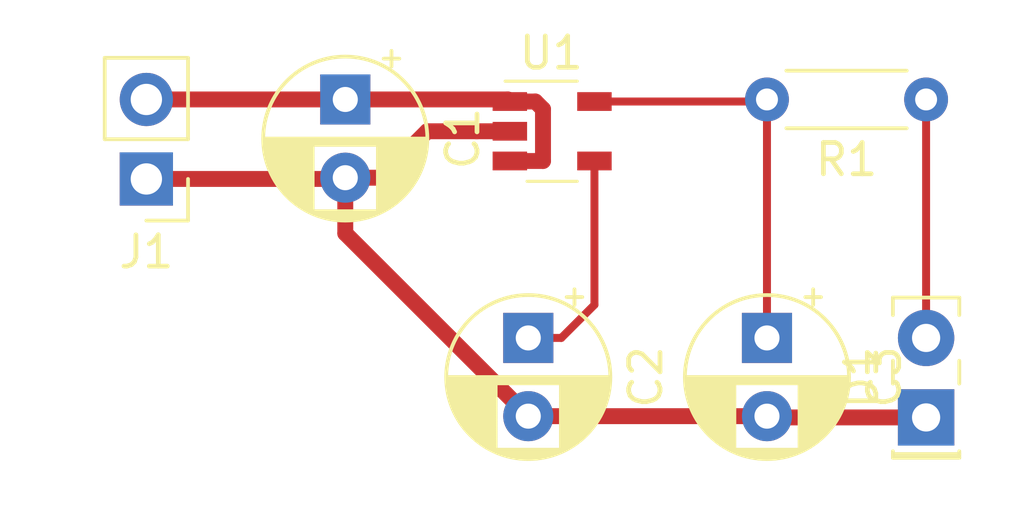
<source format=kicad_pcb>
(kicad_pcb (version 20171130) (host pcbnew 5.1.5)

  (general
    (thickness 1.6)
    (drawings 0)
    (tracks 25)
    (zones 0)
    (modules 7)
    (nets 6)
  )

  (page USLetter)
  (title_block
    (title "PCB Template")
    (company "Illini Solar Car")
    (comment 1 "Designed By: James")
  )

  (layers
    (0 F.Cu signal)
    (31 B.Cu signal)
    (32 B.Adhes user)
    (33 F.Adhes user)
    (34 B.Paste user)
    (35 F.Paste user)
    (36 B.SilkS user)
    (37 F.SilkS user)
    (38 B.Mask user)
    (39 F.Mask user)
    (40 Dwgs.User user)
    (41 Cmts.User user)
    (42 Eco1.User user)
    (43 Eco2.User user)
    (44 Edge.Cuts user)
    (45 Margin user)
    (46 B.CrtYd user)
    (47 F.CrtYd user)
    (48 B.Fab user)
    (49 F.Fab user)
  )

  (setup
    (last_trace_width 0.254)
    (trace_clearance 0.254)
    (zone_clearance 1.27)
    (zone_45_only no)
    (trace_min 0.254)
    (via_size 0.8128)
    (via_drill 0.5588)
    (via_min_size 0.8128)
    (via_min_drill 0.5588)
    (uvia_size 0.254)
    (uvia_drill 0.1016)
    (uvias_allowed no)
    (uvia_min_size 0.254)
    (uvia_min_drill 0.1016)
    (edge_width 0.15)
    (segment_width 0.2)
    (pcb_text_width 0.3)
    (pcb_text_size 1.5 1.5)
    (mod_edge_width 0.15)
    (mod_text_size 1 1)
    (mod_text_width 0.15)
    (pad_size 1.524 1.524)
    (pad_drill 0.762)
    (pad_to_mask_clearance 0.051)
    (solder_mask_min_width 0.25)
    (aux_axis_origin 0 0)
    (visible_elements 7FFFFFFF)
    (pcbplotparams
      (layerselection 0x010fc_ffffffff)
      (usegerberextensions false)
      (usegerberattributes false)
      (usegerberadvancedattributes false)
      (creategerberjobfile false)
      (excludeedgelayer true)
      (linewidth 0.100000)
      (plotframeref false)
      (viasonmask false)
      (mode 1)
      (useauxorigin false)
      (hpglpennumber 1)
      (hpglpenspeed 20)
      (hpglpendiameter 15.000000)
      (psnegative false)
      (psa4output false)
      (plotreference true)
      (plotvalue true)
      (plotinvisibletext false)
      (padsonsilk false)
      (subtractmaskfromsilk false)
      (outputformat 1)
      (mirror false)
      (drillshape 0)
      (scaleselection 1)
      (outputdirectory "output/"))
  )

  (net 0 "")
  (net 1 "Net-(D1-Pad2)")
  (net 2 GND)
  (net 3 +5V)
  (net 4 "Net-(C2-Pad1)")
  (net 5 "Net-(C3-Pad1)")

  (net_class Default "This is the default net class. It should be used for signal nets."
    (clearance 0.254)
    (trace_width 0.254)
    (via_dia 0.8128)
    (via_drill 0.5588)
    (uvia_dia 0.254)
    (uvia_drill 0.1016)
    (diff_pair_width 1.6)
    (diff_pair_gap 1.6)
    (add_net "Net-(C2-Pad1)")
    (add_net "Net-(C3-Pad1)")
    (add_net "Net-(D1-Pad2)")
  )

  (net_class Power ""
    (clearance 0.254)
    (trace_width 0.508)
    (via_dia 0.8128)
    (via_drill 0.5588)
    (uvia_dia 0.254)
    (uvia_drill 0.1016)
    (diff_pair_width 1.6)
    (diff_pair_gap 1.6)
    (add_net +5V)
    (add_net GND)
  )

  (module ece445_intro:TPS799 (layer F.Cu) (tedit 5DBA0A5F) (tstamp 5E75E924)
    (at 54.102 28.956)
    (path /5E75683C)
    (fp_text reference U1 (at -0.03 -2.5) (layer F.SilkS)
      (effects (font (size 1 1) (thickness 0.15)))
    )
    (fp_text value TPS799 (at -0.02 2.71) (layer F.Fab)
      (effects (font (size 1 1) (thickness 0.15)))
    )
    (fp_line (start 0.8 1.6) (end -0.8 1.6) (layer F.SilkS) (width 0.1))
    (fp_line (start 0.8 -1.6) (end -1.5 -1.6) (layer F.SilkS) (width 0.1))
    (fp_line (start -2.15 1.75) (end 2.15 1.75) (layer F.CrtYd) (width 0.05))
    (fp_line (start -2.15 -1.75) (end 2.15 -1.75) (layer F.CrtYd) (width 0.05))
    (fp_line (start -2.15 -1.75) (end -2.15 1.75) (layer F.CrtYd) (width 0.05))
    (fp_line (start 2.15 -1.75) (end 2.15 1.75) (layer F.CrtYd) (width 0.05))
    (fp_text user %R (at 0.04 0.11 90) (layer F.Fab)
      (effects (font (size 0.5 0.5) (thickness 0.075)))
    )
    (fp_line (start -0.725 -1.1625) (end -0.3625 -1.525) (layer F.Fab) (width 0.1))
    (fp_line (start -0.725 1.525) (end -0.725 -1.1625) (layer F.Fab) (width 0.1))
    (fp_line (start -0.3625 -1.525) (end 0.725 -1.525) (layer F.Fab) (width 0.1))
    (fp_line (start 0.725 1.525) (end 0.725 -1.525) (layer F.Fab) (width 0.1))
    (fp_line (start -0.725 1.525) (end 0.725 1.525) (layer F.Fab) (width 0.1))
    (pad 5 smd rect (at 1.35 -0.95) (size 1.1 0.6) (layers F.Cu F.Paste F.Mask)
      (net 5 "Net-(C3-Pad1)") (solder_mask_margin 0.07))
    (pad 4 smd rect (at 1.35 0.95) (size 1.1 0.6) (layers F.Cu F.Paste F.Mask)
      (net 4 "Net-(C2-Pad1)") (solder_mask_margin 0.07))
    (pad 3 smd rect (at -1.35 0.95) (size 1.1 0.6) (layers F.Cu F.Paste F.Mask)
      (net 3 +5V) (solder_mask_margin 0.07))
    (pad 2 smd rect (at -1.35 0) (size 1.1 0.6) (layers F.Cu F.Paste F.Mask)
      (net 2 GND) (solder_mask_margin 0.07))
    (pad 1 smd rect (at -1.35 -0.95) (size 1.1 0.6) (layers F.Cu F.Paste F.Mask)
      (net 3 +5V) (solder_mask_margin 0.07))
  )

  (module ece445_Resistor_THT:R_Axial_DIN0204_L3.6mm_D1.6mm_P5.08mm_Horizontal (layer F.Cu) (tedit 5AE5139B) (tstamp 5E75E90F)
    (at 66.04 27.94 180)
    (descr "Resistor, Axial_DIN0204 series, Axial, Horizontal, pin pitch=5.08mm, 0.167W, length*diameter=3.6*1.6mm^2, http://cdn-reichelt.de/documents/datenblatt/B400/1_4W%23YAG.pdf")
    (tags "Resistor Axial_DIN0204 series Axial Horizontal pin pitch 5.08mm 0.167W length 3.6mm diameter 1.6mm")
    (path /5E756E7C)
    (fp_text reference R1 (at 2.54 -1.92) (layer F.SilkS)
      (effects (font (size 1 1) (thickness 0.15)))
    )
    (fp_text value "100 Ohms" (at 2.54 1.92) (layer F.Fab)
      (effects (font (size 1 1) (thickness 0.15)))
    )
    (fp_text user %R (at 2.54 0) (layer F.Fab)
      (effects (font (size 0.72 0.72) (thickness 0.108)))
    )
    (fp_line (start 6.03 -1.05) (end -0.95 -1.05) (layer F.CrtYd) (width 0.05))
    (fp_line (start 6.03 1.05) (end 6.03 -1.05) (layer F.CrtYd) (width 0.05))
    (fp_line (start -0.95 1.05) (end 6.03 1.05) (layer F.CrtYd) (width 0.05))
    (fp_line (start -0.95 -1.05) (end -0.95 1.05) (layer F.CrtYd) (width 0.05))
    (fp_line (start 0.62 0.92) (end 4.46 0.92) (layer F.SilkS) (width 0.12))
    (fp_line (start 0.62 -0.92) (end 4.46 -0.92) (layer F.SilkS) (width 0.12))
    (fp_line (start 5.08 0) (end 4.34 0) (layer F.Fab) (width 0.1))
    (fp_line (start 0 0) (end 0.74 0) (layer F.Fab) (width 0.1))
    (fp_line (start 4.34 -0.8) (end 0.74 -0.8) (layer F.Fab) (width 0.1))
    (fp_line (start 4.34 0.8) (end 4.34 -0.8) (layer F.Fab) (width 0.1))
    (fp_line (start 0.74 0.8) (end 4.34 0.8) (layer F.Fab) (width 0.1))
    (fp_line (start 0.74 -0.8) (end 0.74 0.8) (layer F.Fab) (width 0.1))
    (pad 2 thru_hole oval (at 5.08 0 180) (size 1.4 1.4) (drill 0.7) (layers *.Cu *.Mask)
      (net 5 "Net-(C3-Pad1)"))
    (pad 1 thru_hole circle (at 0 0 180) (size 1.4 1.4) (drill 0.7) (layers *.Cu *.Mask)
      (net 1 "Net-(D1-Pad2)"))
    (model ${KISYS3DMOD}/Resistor_THT.3dshapes/R_Axial_DIN0204_L3.6mm_D1.6mm_P5.08mm_Horizontal.wrl
      (at (xyz 0 0 0))
      (scale (xyz 1 1 1))
      (rotate (xyz 0 0 0))
    )
  )

  (module ece445_Connector_PinHeader_2.54mm:PinHeader_1x02_P2.54mm_Vertical (layer F.Cu) (tedit 59FED5CC) (tstamp 5E75E8FC)
    (at 41.148 30.48 180)
    (descr "Through hole straight pin header, 1x02, 2.54mm pitch, single row")
    (tags "Through hole pin header THT 1x02 2.54mm single row")
    (path /5E756461)
    (fp_text reference J1 (at 0 -2.33) (layer F.SilkS)
      (effects (font (size 1 1) (thickness 0.15)))
    )
    (fp_text value Conn_01x02 (at 0 4.87) (layer F.Fab)
      (effects (font (size 1 1) (thickness 0.15)))
    )
    (fp_text user %R (at 0 1.27 90) (layer F.Fab)
      (effects (font (size 1 1) (thickness 0.15)))
    )
    (fp_line (start 1.8 -1.8) (end -1.8 -1.8) (layer F.CrtYd) (width 0.05))
    (fp_line (start 1.8 4.35) (end 1.8 -1.8) (layer F.CrtYd) (width 0.05))
    (fp_line (start -1.8 4.35) (end 1.8 4.35) (layer F.CrtYd) (width 0.05))
    (fp_line (start -1.8 -1.8) (end -1.8 4.35) (layer F.CrtYd) (width 0.05))
    (fp_line (start -1.33 -1.33) (end 0 -1.33) (layer F.SilkS) (width 0.12))
    (fp_line (start -1.33 0) (end -1.33 -1.33) (layer F.SilkS) (width 0.12))
    (fp_line (start -1.33 1.27) (end 1.33 1.27) (layer F.SilkS) (width 0.12))
    (fp_line (start 1.33 1.27) (end 1.33 3.87) (layer F.SilkS) (width 0.12))
    (fp_line (start -1.33 1.27) (end -1.33 3.87) (layer F.SilkS) (width 0.12))
    (fp_line (start -1.33 3.87) (end 1.33 3.87) (layer F.SilkS) (width 0.12))
    (fp_line (start -1.27 -0.635) (end -0.635 -1.27) (layer F.Fab) (width 0.1))
    (fp_line (start -1.27 3.81) (end -1.27 -0.635) (layer F.Fab) (width 0.1))
    (fp_line (start 1.27 3.81) (end -1.27 3.81) (layer F.Fab) (width 0.1))
    (fp_line (start 1.27 -1.27) (end 1.27 3.81) (layer F.Fab) (width 0.1))
    (fp_line (start -0.635 -1.27) (end 1.27 -1.27) (layer F.Fab) (width 0.1))
    (pad 2 thru_hole oval (at 0 2.54 180) (size 1.7 1.7) (drill 1) (layers *.Cu *.Mask)
      (net 3 +5V))
    (pad 1 thru_hole rect (at 0 0 180) (size 1.7 1.7) (drill 1) (layers *.Cu *.Mask)
      (net 2 GND))
    (model ${KISYS3DMOD}/Connector_PinHeader_2.54mm.3dshapes/PinHeader_1x02_P2.54mm_Vertical.wrl
      (at (xyz 0 0 0))
      (scale (xyz 1 1 1))
      (rotate (xyz 0 0 0))
    )
  )

  (module ece445_LED_THT:LED_Rectangular_W5.0mm_H2.0mm (layer F.Cu) (tedit 587A3A7B) (tstamp 5E75E8E6)
    (at 66.04 38.1 90)
    (descr "LED_Rectangular, Rectangular,  Rectangular size 5.0x2.0mm^2, 2 pins, http://www.kingbright.com/attachments/file/psearch/000/00/00/L-169XCGDK(Ver.9B).pdf")
    (tags "LED_Rectangular Rectangular  Rectangular size 5.0x2.0mm^2 2 pins")
    (path /5E757210)
    (fp_text reference D1 (at 1.27 -2.06 90) (layer F.SilkS)
      (effects (font (size 1 1) (thickness 0.15)))
    )
    (fp_text value LED (at 1.27 2.286 90) (layer F.Fab)
      (effects (font (size 1 1) (thickness 0.15)))
    )
    (fp_line (start 4.1 -1.35) (end -1.55 -1.35) (layer F.CrtYd) (width 0.05))
    (fp_line (start 4.1 1.35) (end 4.1 -1.35) (layer F.CrtYd) (width 0.05))
    (fp_line (start -1.55 1.35) (end 4.1 1.35) (layer F.CrtYd) (width 0.05))
    (fp_line (start -1.55 -1.35) (end -1.55 1.35) (layer F.CrtYd) (width 0.05))
    (fp_line (start -1.17 -1.06) (end -1.17 1.06) (layer F.SilkS) (width 0.12))
    (fp_line (start 3.83 -1.06) (end 3.83 1.06) (layer F.SilkS) (width 0.12))
    (fp_line (start -1.29 -1.06) (end -1.29 1.06) (layer F.SilkS) (width 0.12))
    (fp_line (start 3.27 1.06) (end 3.83 1.06) (layer F.SilkS) (width 0.12))
    (fp_line (start 1.08 1.06) (end 1.811 1.06) (layer F.SilkS) (width 0.12))
    (fp_line (start -1.29 1.06) (end -1.08 1.06) (layer F.SilkS) (width 0.12))
    (fp_line (start 3.27 -1.06) (end 3.83 -1.06) (layer F.SilkS) (width 0.12))
    (fp_line (start 1.08 -1.06) (end 1.811 -1.06) (layer F.SilkS) (width 0.12))
    (fp_line (start -1.29 -1.06) (end -1.08 -1.06) (layer F.SilkS) (width 0.12))
    (fp_line (start 3.77 -1) (end -1.23 -1) (layer F.Fab) (width 0.1))
    (fp_line (start 3.77 1) (end 3.77 -1) (layer F.Fab) (width 0.1))
    (fp_line (start -1.23 1) (end 3.77 1) (layer F.Fab) (width 0.1))
    (fp_line (start -1.23 -1) (end -1.23 1) (layer F.Fab) (width 0.1))
    (pad 2 thru_hole circle (at 2.54 0 90) (size 1.8 1.8) (drill 0.9) (layers *.Cu *.Mask)
      (net 1 "Net-(D1-Pad2)"))
    (pad 1 thru_hole rect (at 0 0 90) (size 1.8 1.8) (drill 0.9) (layers *.Cu *.Mask)
      (net 2 GND))
    (model ${KISYS3DMOD}/LED_THT.3dshapes/LED_Rectangular_W5.0mm_H2.0mm.wrl
      (at (xyz 0 0 0))
      (scale (xyz 1 1 1))
      (rotate (xyz 0 0 0))
    )
  )

  (module ece445_Capacitor_THT:CP_Radial_D5.0mm_P2.50mm (layer F.Cu) (tedit 5AE50EF0) (tstamp 5E75E8CF)
    (at 60.96 35.56 270)
    (descr "CP, Radial series, Radial, pin pitch=2.50mm, , diameter=5mm, Electrolytic Capacitor")
    (tags "CP Radial series Radial pin pitch 2.50mm  diameter 5mm Electrolytic Capacitor")
    (path /5E768582)
    (fp_text reference C3 (at 1.25 -3.75 90) (layer F.SilkS)
      (effects (font (size 1 1) (thickness 0.15)))
    )
    (fp_text value "2.2 uF" (at 5.08 0 180) (layer F.Fab)
      (effects (font (size 1 1) (thickness 0.15)))
    )
    (fp_text user %R (at 1.25 0 90) (layer F.Fab)
      (effects (font (size 1 1) (thickness 0.15)))
    )
    (fp_line (start -1.304775 -1.725) (end -1.304775 -1.225) (layer F.SilkS) (width 0.12))
    (fp_line (start -1.554775 -1.475) (end -1.054775 -1.475) (layer F.SilkS) (width 0.12))
    (fp_line (start 3.851 -0.284) (end 3.851 0.284) (layer F.SilkS) (width 0.12))
    (fp_line (start 3.811 -0.518) (end 3.811 0.518) (layer F.SilkS) (width 0.12))
    (fp_line (start 3.771 -0.677) (end 3.771 0.677) (layer F.SilkS) (width 0.12))
    (fp_line (start 3.731 -0.805) (end 3.731 0.805) (layer F.SilkS) (width 0.12))
    (fp_line (start 3.691 -0.915) (end 3.691 0.915) (layer F.SilkS) (width 0.12))
    (fp_line (start 3.651 -1.011) (end 3.651 1.011) (layer F.SilkS) (width 0.12))
    (fp_line (start 3.611 -1.098) (end 3.611 1.098) (layer F.SilkS) (width 0.12))
    (fp_line (start 3.571 -1.178) (end 3.571 1.178) (layer F.SilkS) (width 0.12))
    (fp_line (start 3.531 1.04) (end 3.531 1.251) (layer F.SilkS) (width 0.12))
    (fp_line (start 3.531 -1.251) (end 3.531 -1.04) (layer F.SilkS) (width 0.12))
    (fp_line (start 3.491 1.04) (end 3.491 1.319) (layer F.SilkS) (width 0.12))
    (fp_line (start 3.491 -1.319) (end 3.491 -1.04) (layer F.SilkS) (width 0.12))
    (fp_line (start 3.451 1.04) (end 3.451 1.383) (layer F.SilkS) (width 0.12))
    (fp_line (start 3.451 -1.383) (end 3.451 -1.04) (layer F.SilkS) (width 0.12))
    (fp_line (start 3.411 1.04) (end 3.411 1.443) (layer F.SilkS) (width 0.12))
    (fp_line (start 3.411 -1.443) (end 3.411 -1.04) (layer F.SilkS) (width 0.12))
    (fp_line (start 3.371 1.04) (end 3.371 1.5) (layer F.SilkS) (width 0.12))
    (fp_line (start 3.371 -1.5) (end 3.371 -1.04) (layer F.SilkS) (width 0.12))
    (fp_line (start 3.331 1.04) (end 3.331 1.554) (layer F.SilkS) (width 0.12))
    (fp_line (start 3.331 -1.554) (end 3.331 -1.04) (layer F.SilkS) (width 0.12))
    (fp_line (start 3.291 1.04) (end 3.291 1.605) (layer F.SilkS) (width 0.12))
    (fp_line (start 3.291 -1.605) (end 3.291 -1.04) (layer F.SilkS) (width 0.12))
    (fp_line (start 3.251 1.04) (end 3.251 1.653) (layer F.SilkS) (width 0.12))
    (fp_line (start 3.251 -1.653) (end 3.251 -1.04) (layer F.SilkS) (width 0.12))
    (fp_line (start 3.211 1.04) (end 3.211 1.699) (layer F.SilkS) (width 0.12))
    (fp_line (start 3.211 -1.699) (end 3.211 -1.04) (layer F.SilkS) (width 0.12))
    (fp_line (start 3.171 1.04) (end 3.171 1.743) (layer F.SilkS) (width 0.12))
    (fp_line (start 3.171 -1.743) (end 3.171 -1.04) (layer F.SilkS) (width 0.12))
    (fp_line (start 3.131 1.04) (end 3.131 1.785) (layer F.SilkS) (width 0.12))
    (fp_line (start 3.131 -1.785) (end 3.131 -1.04) (layer F.SilkS) (width 0.12))
    (fp_line (start 3.091 1.04) (end 3.091 1.826) (layer F.SilkS) (width 0.12))
    (fp_line (start 3.091 -1.826) (end 3.091 -1.04) (layer F.SilkS) (width 0.12))
    (fp_line (start 3.051 1.04) (end 3.051 1.864) (layer F.SilkS) (width 0.12))
    (fp_line (start 3.051 -1.864) (end 3.051 -1.04) (layer F.SilkS) (width 0.12))
    (fp_line (start 3.011 1.04) (end 3.011 1.901) (layer F.SilkS) (width 0.12))
    (fp_line (start 3.011 -1.901) (end 3.011 -1.04) (layer F.SilkS) (width 0.12))
    (fp_line (start 2.971 1.04) (end 2.971 1.937) (layer F.SilkS) (width 0.12))
    (fp_line (start 2.971 -1.937) (end 2.971 -1.04) (layer F.SilkS) (width 0.12))
    (fp_line (start 2.931 1.04) (end 2.931 1.971) (layer F.SilkS) (width 0.12))
    (fp_line (start 2.931 -1.971) (end 2.931 -1.04) (layer F.SilkS) (width 0.12))
    (fp_line (start 2.891 1.04) (end 2.891 2.004) (layer F.SilkS) (width 0.12))
    (fp_line (start 2.891 -2.004) (end 2.891 -1.04) (layer F.SilkS) (width 0.12))
    (fp_line (start 2.851 1.04) (end 2.851 2.035) (layer F.SilkS) (width 0.12))
    (fp_line (start 2.851 -2.035) (end 2.851 -1.04) (layer F.SilkS) (width 0.12))
    (fp_line (start 2.811 1.04) (end 2.811 2.065) (layer F.SilkS) (width 0.12))
    (fp_line (start 2.811 -2.065) (end 2.811 -1.04) (layer F.SilkS) (width 0.12))
    (fp_line (start 2.771 1.04) (end 2.771 2.095) (layer F.SilkS) (width 0.12))
    (fp_line (start 2.771 -2.095) (end 2.771 -1.04) (layer F.SilkS) (width 0.12))
    (fp_line (start 2.731 1.04) (end 2.731 2.122) (layer F.SilkS) (width 0.12))
    (fp_line (start 2.731 -2.122) (end 2.731 -1.04) (layer F.SilkS) (width 0.12))
    (fp_line (start 2.691 1.04) (end 2.691 2.149) (layer F.SilkS) (width 0.12))
    (fp_line (start 2.691 -2.149) (end 2.691 -1.04) (layer F.SilkS) (width 0.12))
    (fp_line (start 2.651 1.04) (end 2.651 2.175) (layer F.SilkS) (width 0.12))
    (fp_line (start 2.651 -2.175) (end 2.651 -1.04) (layer F.SilkS) (width 0.12))
    (fp_line (start 2.611 1.04) (end 2.611 2.2) (layer F.SilkS) (width 0.12))
    (fp_line (start 2.611 -2.2) (end 2.611 -1.04) (layer F.SilkS) (width 0.12))
    (fp_line (start 2.571 1.04) (end 2.571 2.224) (layer F.SilkS) (width 0.12))
    (fp_line (start 2.571 -2.224) (end 2.571 -1.04) (layer F.SilkS) (width 0.12))
    (fp_line (start 2.531 1.04) (end 2.531 2.247) (layer F.SilkS) (width 0.12))
    (fp_line (start 2.531 -2.247) (end 2.531 -1.04) (layer F.SilkS) (width 0.12))
    (fp_line (start 2.491 1.04) (end 2.491 2.268) (layer F.SilkS) (width 0.12))
    (fp_line (start 2.491 -2.268) (end 2.491 -1.04) (layer F.SilkS) (width 0.12))
    (fp_line (start 2.451 1.04) (end 2.451 2.29) (layer F.SilkS) (width 0.12))
    (fp_line (start 2.451 -2.29) (end 2.451 -1.04) (layer F.SilkS) (width 0.12))
    (fp_line (start 2.411 1.04) (end 2.411 2.31) (layer F.SilkS) (width 0.12))
    (fp_line (start 2.411 -2.31) (end 2.411 -1.04) (layer F.SilkS) (width 0.12))
    (fp_line (start 2.371 1.04) (end 2.371 2.329) (layer F.SilkS) (width 0.12))
    (fp_line (start 2.371 -2.329) (end 2.371 -1.04) (layer F.SilkS) (width 0.12))
    (fp_line (start 2.331 1.04) (end 2.331 2.348) (layer F.SilkS) (width 0.12))
    (fp_line (start 2.331 -2.348) (end 2.331 -1.04) (layer F.SilkS) (width 0.12))
    (fp_line (start 2.291 1.04) (end 2.291 2.365) (layer F.SilkS) (width 0.12))
    (fp_line (start 2.291 -2.365) (end 2.291 -1.04) (layer F.SilkS) (width 0.12))
    (fp_line (start 2.251 1.04) (end 2.251 2.382) (layer F.SilkS) (width 0.12))
    (fp_line (start 2.251 -2.382) (end 2.251 -1.04) (layer F.SilkS) (width 0.12))
    (fp_line (start 2.211 1.04) (end 2.211 2.398) (layer F.SilkS) (width 0.12))
    (fp_line (start 2.211 -2.398) (end 2.211 -1.04) (layer F.SilkS) (width 0.12))
    (fp_line (start 2.171 1.04) (end 2.171 2.414) (layer F.SilkS) (width 0.12))
    (fp_line (start 2.171 -2.414) (end 2.171 -1.04) (layer F.SilkS) (width 0.12))
    (fp_line (start 2.131 1.04) (end 2.131 2.428) (layer F.SilkS) (width 0.12))
    (fp_line (start 2.131 -2.428) (end 2.131 -1.04) (layer F.SilkS) (width 0.12))
    (fp_line (start 2.091 1.04) (end 2.091 2.442) (layer F.SilkS) (width 0.12))
    (fp_line (start 2.091 -2.442) (end 2.091 -1.04) (layer F.SilkS) (width 0.12))
    (fp_line (start 2.051 1.04) (end 2.051 2.455) (layer F.SilkS) (width 0.12))
    (fp_line (start 2.051 -2.455) (end 2.051 -1.04) (layer F.SilkS) (width 0.12))
    (fp_line (start 2.011 1.04) (end 2.011 2.468) (layer F.SilkS) (width 0.12))
    (fp_line (start 2.011 -2.468) (end 2.011 -1.04) (layer F.SilkS) (width 0.12))
    (fp_line (start 1.971 1.04) (end 1.971 2.48) (layer F.SilkS) (width 0.12))
    (fp_line (start 1.971 -2.48) (end 1.971 -1.04) (layer F.SilkS) (width 0.12))
    (fp_line (start 1.93 1.04) (end 1.93 2.491) (layer F.SilkS) (width 0.12))
    (fp_line (start 1.93 -2.491) (end 1.93 -1.04) (layer F.SilkS) (width 0.12))
    (fp_line (start 1.89 1.04) (end 1.89 2.501) (layer F.SilkS) (width 0.12))
    (fp_line (start 1.89 -2.501) (end 1.89 -1.04) (layer F.SilkS) (width 0.12))
    (fp_line (start 1.85 1.04) (end 1.85 2.511) (layer F.SilkS) (width 0.12))
    (fp_line (start 1.85 -2.511) (end 1.85 -1.04) (layer F.SilkS) (width 0.12))
    (fp_line (start 1.81 1.04) (end 1.81 2.52) (layer F.SilkS) (width 0.12))
    (fp_line (start 1.81 -2.52) (end 1.81 -1.04) (layer F.SilkS) (width 0.12))
    (fp_line (start 1.77 1.04) (end 1.77 2.528) (layer F.SilkS) (width 0.12))
    (fp_line (start 1.77 -2.528) (end 1.77 -1.04) (layer F.SilkS) (width 0.12))
    (fp_line (start 1.73 1.04) (end 1.73 2.536) (layer F.SilkS) (width 0.12))
    (fp_line (start 1.73 -2.536) (end 1.73 -1.04) (layer F.SilkS) (width 0.12))
    (fp_line (start 1.69 1.04) (end 1.69 2.543) (layer F.SilkS) (width 0.12))
    (fp_line (start 1.69 -2.543) (end 1.69 -1.04) (layer F.SilkS) (width 0.12))
    (fp_line (start 1.65 1.04) (end 1.65 2.55) (layer F.SilkS) (width 0.12))
    (fp_line (start 1.65 -2.55) (end 1.65 -1.04) (layer F.SilkS) (width 0.12))
    (fp_line (start 1.61 1.04) (end 1.61 2.556) (layer F.SilkS) (width 0.12))
    (fp_line (start 1.61 -2.556) (end 1.61 -1.04) (layer F.SilkS) (width 0.12))
    (fp_line (start 1.57 1.04) (end 1.57 2.561) (layer F.SilkS) (width 0.12))
    (fp_line (start 1.57 -2.561) (end 1.57 -1.04) (layer F.SilkS) (width 0.12))
    (fp_line (start 1.53 1.04) (end 1.53 2.565) (layer F.SilkS) (width 0.12))
    (fp_line (start 1.53 -2.565) (end 1.53 -1.04) (layer F.SilkS) (width 0.12))
    (fp_line (start 1.49 1.04) (end 1.49 2.569) (layer F.SilkS) (width 0.12))
    (fp_line (start 1.49 -2.569) (end 1.49 -1.04) (layer F.SilkS) (width 0.12))
    (fp_line (start 1.45 -2.573) (end 1.45 2.573) (layer F.SilkS) (width 0.12))
    (fp_line (start 1.41 -2.576) (end 1.41 2.576) (layer F.SilkS) (width 0.12))
    (fp_line (start 1.37 -2.578) (end 1.37 2.578) (layer F.SilkS) (width 0.12))
    (fp_line (start 1.33 -2.579) (end 1.33 2.579) (layer F.SilkS) (width 0.12))
    (fp_line (start 1.29 -2.58) (end 1.29 2.58) (layer F.SilkS) (width 0.12))
    (fp_line (start 1.25 -2.58) (end 1.25 2.58) (layer F.SilkS) (width 0.12))
    (fp_line (start -0.633605 -1.3375) (end -0.633605 -0.8375) (layer F.Fab) (width 0.1))
    (fp_line (start -0.883605 -1.0875) (end -0.383605 -1.0875) (layer F.Fab) (width 0.1))
    (fp_circle (center 1.25 0) (end 4 0) (layer F.CrtYd) (width 0.05))
    (fp_circle (center 1.25 0) (end 3.87 0) (layer F.SilkS) (width 0.12))
    (fp_circle (center 1.25 0) (end 3.75 0) (layer F.Fab) (width 0.1))
    (pad 2 thru_hole circle (at 2.5 0 270) (size 1.6 1.6) (drill 0.8) (layers *.Cu *.Mask)
      (net 2 GND))
    (pad 1 thru_hole rect (at 0 0 270) (size 1.6 1.6) (drill 0.8) (layers *.Cu *.Mask)
      (net 5 "Net-(C3-Pad1)"))
    (model ${KISYS3DMOD}/Capacitor_THT.3dshapes/CP_Radial_D5.0mm_P2.50mm.wrl
      (at (xyz 0 0 0))
      (scale (xyz 1 1 1))
      (rotate (xyz 0 0 0))
    )
  )

  (module ece445_Capacitor_THT:CP_Radial_D5.0mm_P2.50mm (layer F.Cu) (tedit 5AE50EF0) (tstamp 5E75E84B)
    (at 53.34 35.56 270)
    (descr "CP, Radial series, Radial, pin pitch=2.50mm, , diameter=5mm, Electrolytic Capacitor")
    (tags "CP Radial series Radial pin pitch 2.50mm  diameter 5mm Electrolytic Capacitor")
    (path /5E768B0C)
    (fp_text reference C2 (at 1.25 -3.75 90) (layer F.SilkS)
      (effects (font (size 1 1) (thickness 0.15)))
    )
    (fp_text value C (at 5.334 0 180) (layer F.Fab)
      (effects (font (size 1 1) (thickness 0.15)))
    )
    (fp_text user %R (at 1.25 0 90) (layer F.Fab)
      (effects (font (size 1 1) (thickness 0.15)))
    )
    (fp_line (start -1.304775 -1.725) (end -1.304775 -1.225) (layer F.SilkS) (width 0.12))
    (fp_line (start -1.554775 -1.475) (end -1.054775 -1.475) (layer F.SilkS) (width 0.12))
    (fp_line (start 3.851 -0.284) (end 3.851 0.284) (layer F.SilkS) (width 0.12))
    (fp_line (start 3.811 -0.518) (end 3.811 0.518) (layer F.SilkS) (width 0.12))
    (fp_line (start 3.771 -0.677) (end 3.771 0.677) (layer F.SilkS) (width 0.12))
    (fp_line (start 3.731 -0.805) (end 3.731 0.805) (layer F.SilkS) (width 0.12))
    (fp_line (start 3.691 -0.915) (end 3.691 0.915) (layer F.SilkS) (width 0.12))
    (fp_line (start 3.651 -1.011) (end 3.651 1.011) (layer F.SilkS) (width 0.12))
    (fp_line (start 3.611 -1.098) (end 3.611 1.098) (layer F.SilkS) (width 0.12))
    (fp_line (start 3.571 -1.178) (end 3.571 1.178) (layer F.SilkS) (width 0.12))
    (fp_line (start 3.531 1.04) (end 3.531 1.251) (layer F.SilkS) (width 0.12))
    (fp_line (start 3.531 -1.251) (end 3.531 -1.04) (layer F.SilkS) (width 0.12))
    (fp_line (start 3.491 1.04) (end 3.491 1.319) (layer F.SilkS) (width 0.12))
    (fp_line (start 3.491 -1.319) (end 3.491 -1.04) (layer F.SilkS) (width 0.12))
    (fp_line (start 3.451 1.04) (end 3.451 1.383) (layer F.SilkS) (width 0.12))
    (fp_line (start 3.451 -1.383) (end 3.451 -1.04) (layer F.SilkS) (width 0.12))
    (fp_line (start 3.411 1.04) (end 3.411 1.443) (layer F.SilkS) (width 0.12))
    (fp_line (start 3.411 -1.443) (end 3.411 -1.04) (layer F.SilkS) (width 0.12))
    (fp_line (start 3.371 1.04) (end 3.371 1.5) (layer F.SilkS) (width 0.12))
    (fp_line (start 3.371 -1.5) (end 3.371 -1.04) (layer F.SilkS) (width 0.12))
    (fp_line (start 3.331 1.04) (end 3.331 1.554) (layer F.SilkS) (width 0.12))
    (fp_line (start 3.331 -1.554) (end 3.331 -1.04) (layer F.SilkS) (width 0.12))
    (fp_line (start 3.291 1.04) (end 3.291 1.605) (layer F.SilkS) (width 0.12))
    (fp_line (start 3.291 -1.605) (end 3.291 -1.04) (layer F.SilkS) (width 0.12))
    (fp_line (start 3.251 1.04) (end 3.251 1.653) (layer F.SilkS) (width 0.12))
    (fp_line (start 3.251 -1.653) (end 3.251 -1.04) (layer F.SilkS) (width 0.12))
    (fp_line (start 3.211 1.04) (end 3.211 1.699) (layer F.SilkS) (width 0.12))
    (fp_line (start 3.211 -1.699) (end 3.211 -1.04) (layer F.SilkS) (width 0.12))
    (fp_line (start 3.171 1.04) (end 3.171 1.743) (layer F.SilkS) (width 0.12))
    (fp_line (start 3.171 -1.743) (end 3.171 -1.04) (layer F.SilkS) (width 0.12))
    (fp_line (start 3.131 1.04) (end 3.131 1.785) (layer F.SilkS) (width 0.12))
    (fp_line (start 3.131 -1.785) (end 3.131 -1.04) (layer F.SilkS) (width 0.12))
    (fp_line (start 3.091 1.04) (end 3.091 1.826) (layer F.SilkS) (width 0.12))
    (fp_line (start 3.091 -1.826) (end 3.091 -1.04) (layer F.SilkS) (width 0.12))
    (fp_line (start 3.051 1.04) (end 3.051 1.864) (layer F.SilkS) (width 0.12))
    (fp_line (start 3.051 -1.864) (end 3.051 -1.04) (layer F.SilkS) (width 0.12))
    (fp_line (start 3.011 1.04) (end 3.011 1.901) (layer F.SilkS) (width 0.12))
    (fp_line (start 3.011 -1.901) (end 3.011 -1.04) (layer F.SilkS) (width 0.12))
    (fp_line (start 2.971 1.04) (end 2.971 1.937) (layer F.SilkS) (width 0.12))
    (fp_line (start 2.971 -1.937) (end 2.971 -1.04) (layer F.SilkS) (width 0.12))
    (fp_line (start 2.931 1.04) (end 2.931 1.971) (layer F.SilkS) (width 0.12))
    (fp_line (start 2.931 -1.971) (end 2.931 -1.04) (layer F.SilkS) (width 0.12))
    (fp_line (start 2.891 1.04) (end 2.891 2.004) (layer F.SilkS) (width 0.12))
    (fp_line (start 2.891 -2.004) (end 2.891 -1.04) (layer F.SilkS) (width 0.12))
    (fp_line (start 2.851 1.04) (end 2.851 2.035) (layer F.SilkS) (width 0.12))
    (fp_line (start 2.851 -2.035) (end 2.851 -1.04) (layer F.SilkS) (width 0.12))
    (fp_line (start 2.811 1.04) (end 2.811 2.065) (layer F.SilkS) (width 0.12))
    (fp_line (start 2.811 -2.065) (end 2.811 -1.04) (layer F.SilkS) (width 0.12))
    (fp_line (start 2.771 1.04) (end 2.771 2.095) (layer F.SilkS) (width 0.12))
    (fp_line (start 2.771 -2.095) (end 2.771 -1.04) (layer F.SilkS) (width 0.12))
    (fp_line (start 2.731 1.04) (end 2.731 2.122) (layer F.SilkS) (width 0.12))
    (fp_line (start 2.731 -2.122) (end 2.731 -1.04) (layer F.SilkS) (width 0.12))
    (fp_line (start 2.691 1.04) (end 2.691 2.149) (layer F.SilkS) (width 0.12))
    (fp_line (start 2.691 -2.149) (end 2.691 -1.04) (layer F.SilkS) (width 0.12))
    (fp_line (start 2.651 1.04) (end 2.651 2.175) (layer F.SilkS) (width 0.12))
    (fp_line (start 2.651 -2.175) (end 2.651 -1.04) (layer F.SilkS) (width 0.12))
    (fp_line (start 2.611 1.04) (end 2.611 2.2) (layer F.SilkS) (width 0.12))
    (fp_line (start 2.611 -2.2) (end 2.611 -1.04) (layer F.SilkS) (width 0.12))
    (fp_line (start 2.571 1.04) (end 2.571 2.224) (layer F.SilkS) (width 0.12))
    (fp_line (start 2.571 -2.224) (end 2.571 -1.04) (layer F.SilkS) (width 0.12))
    (fp_line (start 2.531 1.04) (end 2.531 2.247) (layer F.SilkS) (width 0.12))
    (fp_line (start 2.531 -2.247) (end 2.531 -1.04) (layer F.SilkS) (width 0.12))
    (fp_line (start 2.491 1.04) (end 2.491 2.268) (layer F.SilkS) (width 0.12))
    (fp_line (start 2.491 -2.268) (end 2.491 -1.04) (layer F.SilkS) (width 0.12))
    (fp_line (start 2.451 1.04) (end 2.451 2.29) (layer F.SilkS) (width 0.12))
    (fp_line (start 2.451 -2.29) (end 2.451 -1.04) (layer F.SilkS) (width 0.12))
    (fp_line (start 2.411 1.04) (end 2.411 2.31) (layer F.SilkS) (width 0.12))
    (fp_line (start 2.411 -2.31) (end 2.411 -1.04) (layer F.SilkS) (width 0.12))
    (fp_line (start 2.371 1.04) (end 2.371 2.329) (layer F.SilkS) (width 0.12))
    (fp_line (start 2.371 -2.329) (end 2.371 -1.04) (layer F.SilkS) (width 0.12))
    (fp_line (start 2.331 1.04) (end 2.331 2.348) (layer F.SilkS) (width 0.12))
    (fp_line (start 2.331 -2.348) (end 2.331 -1.04) (layer F.SilkS) (width 0.12))
    (fp_line (start 2.291 1.04) (end 2.291 2.365) (layer F.SilkS) (width 0.12))
    (fp_line (start 2.291 -2.365) (end 2.291 -1.04) (layer F.SilkS) (width 0.12))
    (fp_line (start 2.251 1.04) (end 2.251 2.382) (layer F.SilkS) (width 0.12))
    (fp_line (start 2.251 -2.382) (end 2.251 -1.04) (layer F.SilkS) (width 0.12))
    (fp_line (start 2.211 1.04) (end 2.211 2.398) (layer F.SilkS) (width 0.12))
    (fp_line (start 2.211 -2.398) (end 2.211 -1.04) (layer F.SilkS) (width 0.12))
    (fp_line (start 2.171 1.04) (end 2.171 2.414) (layer F.SilkS) (width 0.12))
    (fp_line (start 2.171 -2.414) (end 2.171 -1.04) (layer F.SilkS) (width 0.12))
    (fp_line (start 2.131 1.04) (end 2.131 2.428) (layer F.SilkS) (width 0.12))
    (fp_line (start 2.131 -2.428) (end 2.131 -1.04) (layer F.SilkS) (width 0.12))
    (fp_line (start 2.091 1.04) (end 2.091 2.442) (layer F.SilkS) (width 0.12))
    (fp_line (start 2.091 -2.442) (end 2.091 -1.04) (layer F.SilkS) (width 0.12))
    (fp_line (start 2.051 1.04) (end 2.051 2.455) (layer F.SilkS) (width 0.12))
    (fp_line (start 2.051 -2.455) (end 2.051 -1.04) (layer F.SilkS) (width 0.12))
    (fp_line (start 2.011 1.04) (end 2.011 2.468) (layer F.SilkS) (width 0.12))
    (fp_line (start 2.011 -2.468) (end 2.011 -1.04) (layer F.SilkS) (width 0.12))
    (fp_line (start 1.971 1.04) (end 1.971 2.48) (layer F.SilkS) (width 0.12))
    (fp_line (start 1.971 -2.48) (end 1.971 -1.04) (layer F.SilkS) (width 0.12))
    (fp_line (start 1.93 1.04) (end 1.93 2.491) (layer F.SilkS) (width 0.12))
    (fp_line (start 1.93 -2.491) (end 1.93 -1.04) (layer F.SilkS) (width 0.12))
    (fp_line (start 1.89 1.04) (end 1.89 2.501) (layer F.SilkS) (width 0.12))
    (fp_line (start 1.89 -2.501) (end 1.89 -1.04) (layer F.SilkS) (width 0.12))
    (fp_line (start 1.85 1.04) (end 1.85 2.511) (layer F.SilkS) (width 0.12))
    (fp_line (start 1.85 -2.511) (end 1.85 -1.04) (layer F.SilkS) (width 0.12))
    (fp_line (start 1.81 1.04) (end 1.81 2.52) (layer F.SilkS) (width 0.12))
    (fp_line (start 1.81 -2.52) (end 1.81 -1.04) (layer F.SilkS) (width 0.12))
    (fp_line (start 1.77 1.04) (end 1.77 2.528) (layer F.SilkS) (width 0.12))
    (fp_line (start 1.77 -2.528) (end 1.77 -1.04) (layer F.SilkS) (width 0.12))
    (fp_line (start 1.73 1.04) (end 1.73 2.536) (layer F.SilkS) (width 0.12))
    (fp_line (start 1.73 -2.536) (end 1.73 -1.04) (layer F.SilkS) (width 0.12))
    (fp_line (start 1.69 1.04) (end 1.69 2.543) (layer F.SilkS) (width 0.12))
    (fp_line (start 1.69 -2.543) (end 1.69 -1.04) (layer F.SilkS) (width 0.12))
    (fp_line (start 1.65 1.04) (end 1.65 2.55) (layer F.SilkS) (width 0.12))
    (fp_line (start 1.65 -2.55) (end 1.65 -1.04) (layer F.SilkS) (width 0.12))
    (fp_line (start 1.61 1.04) (end 1.61 2.556) (layer F.SilkS) (width 0.12))
    (fp_line (start 1.61 -2.556) (end 1.61 -1.04) (layer F.SilkS) (width 0.12))
    (fp_line (start 1.57 1.04) (end 1.57 2.561) (layer F.SilkS) (width 0.12))
    (fp_line (start 1.57 -2.561) (end 1.57 -1.04) (layer F.SilkS) (width 0.12))
    (fp_line (start 1.53 1.04) (end 1.53 2.565) (layer F.SilkS) (width 0.12))
    (fp_line (start 1.53 -2.565) (end 1.53 -1.04) (layer F.SilkS) (width 0.12))
    (fp_line (start 1.49 1.04) (end 1.49 2.569) (layer F.SilkS) (width 0.12))
    (fp_line (start 1.49 -2.569) (end 1.49 -1.04) (layer F.SilkS) (width 0.12))
    (fp_line (start 1.45 -2.573) (end 1.45 2.573) (layer F.SilkS) (width 0.12))
    (fp_line (start 1.41 -2.576) (end 1.41 2.576) (layer F.SilkS) (width 0.12))
    (fp_line (start 1.37 -2.578) (end 1.37 2.578) (layer F.SilkS) (width 0.12))
    (fp_line (start 1.33 -2.579) (end 1.33 2.579) (layer F.SilkS) (width 0.12))
    (fp_line (start 1.29 -2.58) (end 1.29 2.58) (layer F.SilkS) (width 0.12))
    (fp_line (start 1.25 -2.58) (end 1.25 2.58) (layer F.SilkS) (width 0.12))
    (fp_line (start -0.633605 -1.3375) (end -0.633605 -0.8375) (layer F.Fab) (width 0.1))
    (fp_line (start -0.883605 -1.0875) (end -0.383605 -1.0875) (layer F.Fab) (width 0.1))
    (fp_circle (center 1.25 0) (end 4 0) (layer F.CrtYd) (width 0.05))
    (fp_circle (center 1.25 0) (end 3.87 0) (layer F.SilkS) (width 0.12))
    (fp_circle (center 1.25 0) (end 3.75 0) (layer F.Fab) (width 0.1))
    (pad 2 thru_hole circle (at 2.5 0 270) (size 1.6 1.6) (drill 0.8) (layers *.Cu *.Mask)
      (net 2 GND))
    (pad 1 thru_hole rect (at 0 0 270) (size 1.6 1.6) (drill 0.8) (layers *.Cu *.Mask)
      (net 4 "Net-(C2-Pad1)"))
    (model ${KISYS3DMOD}/Capacitor_THT.3dshapes/CP_Radial_D5.0mm_P2.50mm.wrl
      (at (xyz 0 0 0))
      (scale (xyz 1 1 1))
      (rotate (xyz 0 0 0))
    )
  )

  (module ece445_Capacitor_THT:CP_Radial_D5.0mm_P2.50mm (layer F.Cu) (tedit 5AE50EF0) (tstamp 5E75E7C7)
    (at 47.498 27.94 270)
    (descr "CP, Radial series, Radial, pin pitch=2.50mm, , diameter=5mm, Electrolytic Capacitor")
    (tags "CP Radial series Radial pin pitch 2.50mm  diameter 5mm Electrolytic Capacitor")
    (path /5E7680AB)
    (fp_text reference C1 (at 1.25 -3.75 90) (layer F.SilkS)
      (effects (font (size 1 1) (thickness 0.15)))
    )
    (fp_text value C (at 1.25 3.75 90) (layer F.Fab)
      (effects (font (size 1 1) (thickness 0.15)))
    )
    (fp_text user %R (at 1.25 0 90) (layer F.Fab)
      (effects (font (size 1 1) (thickness 0.15)))
    )
    (fp_line (start -1.304775 -1.725) (end -1.304775 -1.225) (layer F.SilkS) (width 0.12))
    (fp_line (start -1.554775 -1.475) (end -1.054775 -1.475) (layer F.SilkS) (width 0.12))
    (fp_line (start 3.851 -0.284) (end 3.851 0.284) (layer F.SilkS) (width 0.12))
    (fp_line (start 3.811 -0.518) (end 3.811 0.518) (layer F.SilkS) (width 0.12))
    (fp_line (start 3.771 -0.677) (end 3.771 0.677) (layer F.SilkS) (width 0.12))
    (fp_line (start 3.731 -0.805) (end 3.731 0.805) (layer F.SilkS) (width 0.12))
    (fp_line (start 3.691 -0.915) (end 3.691 0.915) (layer F.SilkS) (width 0.12))
    (fp_line (start 3.651 -1.011) (end 3.651 1.011) (layer F.SilkS) (width 0.12))
    (fp_line (start 3.611 -1.098) (end 3.611 1.098) (layer F.SilkS) (width 0.12))
    (fp_line (start 3.571 -1.178) (end 3.571 1.178) (layer F.SilkS) (width 0.12))
    (fp_line (start 3.531 1.04) (end 3.531 1.251) (layer F.SilkS) (width 0.12))
    (fp_line (start 3.531 -1.251) (end 3.531 -1.04) (layer F.SilkS) (width 0.12))
    (fp_line (start 3.491 1.04) (end 3.491 1.319) (layer F.SilkS) (width 0.12))
    (fp_line (start 3.491 -1.319) (end 3.491 -1.04) (layer F.SilkS) (width 0.12))
    (fp_line (start 3.451 1.04) (end 3.451 1.383) (layer F.SilkS) (width 0.12))
    (fp_line (start 3.451 -1.383) (end 3.451 -1.04) (layer F.SilkS) (width 0.12))
    (fp_line (start 3.411 1.04) (end 3.411 1.443) (layer F.SilkS) (width 0.12))
    (fp_line (start 3.411 -1.443) (end 3.411 -1.04) (layer F.SilkS) (width 0.12))
    (fp_line (start 3.371 1.04) (end 3.371 1.5) (layer F.SilkS) (width 0.12))
    (fp_line (start 3.371 -1.5) (end 3.371 -1.04) (layer F.SilkS) (width 0.12))
    (fp_line (start 3.331 1.04) (end 3.331 1.554) (layer F.SilkS) (width 0.12))
    (fp_line (start 3.331 -1.554) (end 3.331 -1.04) (layer F.SilkS) (width 0.12))
    (fp_line (start 3.291 1.04) (end 3.291 1.605) (layer F.SilkS) (width 0.12))
    (fp_line (start 3.291 -1.605) (end 3.291 -1.04) (layer F.SilkS) (width 0.12))
    (fp_line (start 3.251 1.04) (end 3.251 1.653) (layer F.SilkS) (width 0.12))
    (fp_line (start 3.251 -1.653) (end 3.251 -1.04) (layer F.SilkS) (width 0.12))
    (fp_line (start 3.211 1.04) (end 3.211 1.699) (layer F.SilkS) (width 0.12))
    (fp_line (start 3.211 -1.699) (end 3.211 -1.04) (layer F.SilkS) (width 0.12))
    (fp_line (start 3.171 1.04) (end 3.171 1.743) (layer F.SilkS) (width 0.12))
    (fp_line (start 3.171 -1.743) (end 3.171 -1.04) (layer F.SilkS) (width 0.12))
    (fp_line (start 3.131 1.04) (end 3.131 1.785) (layer F.SilkS) (width 0.12))
    (fp_line (start 3.131 -1.785) (end 3.131 -1.04) (layer F.SilkS) (width 0.12))
    (fp_line (start 3.091 1.04) (end 3.091 1.826) (layer F.SilkS) (width 0.12))
    (fp_line (start 3.091 -1.826) (end 3.091 -1.04) (layer F.SilkS) (width 0.12))
    (fp_line (start 3.051 1.04) (end 3.051 1.864) (layer F.SilkS) (width 0.12))
    (fp_line (start 3.051 -1.864) (end 3.051 -1.04) (layer F.SilkS) (width 0.12))
    (fp_line (start 3.011 1.04) (end 3.011 1.901) (layer F.SilkS) (width 0.12))
    (fp_line (start 3.011 -1.901) (end 3.011 -1.04) (layer F.SilkS) (width 0.12))
    (fp_line (start 2.971 1.04) (end 2.971 1.937) (layer F.SilkS) (width 0.12))
    (fp_line (start 2.971 -1.937) (end 2.971 -1.04) (layer F.SilkS) (width 0.12))
    (fp_line (start 2.931 1.04) (end 2.931 1.971) (layer F.SilkS) (width 0.12))
    (fp_line (start 2.931 -1.971) (end 2.931 -1.04) (layer F.SilkS) (width 0.12))
    (fp_line (start 2.891 1.04) (end 2.891 2.004) (layer F.SilkS) (width 0.12))
    (fp_line (start 2.891 -2.004) (end 2.891 -1.04) (layer F.SilkS) (width 0.12))
    (fp_line (start 2.851 1.04) (end 2.851 2.035) (layer F.SilkS) (width 0.12))
    (fp_line (start 2.851 -2.035) (end 2.851 -1.04) (layer F.SilkS) (width 0.12))
    (fp_line (start 2.811 1.04) (end 2.811 2.065) (layer F.SilkS) (width 0.12))
    (fp_line (start 2.811 -2.065) (end 2.811 -1.04) (layer F.SilkS) (width 0.12))
    (fp_line (start 2.771 1.04) (end 2.771 2.095) (layer F.SilkS) (width 0.12))
    (fp_line (start 2.771 -2.095) (end 2.771 -1.04) (layer F.SilkS) (width 0.12))
    (fp_line (start 2.731 1.04) (end 2.731 2.122) (layer F.SilkS) (width 0.12))
    (fp_line (start 2.731 -2.122) (end 2.731 -1.04) (layer F.SilkS) (width 0.12))
    (fp_line (start 2.691 1.04) (end 2.691 2.149) (layer F.SilkS) (width 0.12))
    (fp_line (start 2.691 -2.149) (end 2.691 -1.04) (layer F.SilkS) (width 0.12))
    (fp_line (start 2.651 1.04) (end 2.651 2.175) (layer F.SilkS) (width 0.12))
    (fp_line (start 2.651 -2.175) (end 2.651 -1.04) (layer F.SilkS) (width 0.12))
    (fp_line (start 2.611 1.04) (end 2.611 2.2) (layer F.SilkS) (width 0.12))
    (fp_line (start 2.611 -2.2) (end 2.611 -1.04) (layer F.SilkS) (width 0.12))
    (fp_line (start 2.571 1.04) (end 2.571 2.224) (layer F.SilkS) (width 0.12))
    (fp_line (start 2.571 -2.224) (end 2.571 -1.04) (layer F.SilkS) (width 0.12))
    (fp_line (start 2.531 1.04) (end 2.531 2.247) (layer F.SilkS) (width 0.12))
    (fp_line (start 2.531 -2.247) (end 2.531 -1.04) (layer F.SilkS) (width 0.12))
    (fp_line (start 2.491 1.04) (end 2.491 2.268) (layer F.SilkS) (width 0.12))
    (fp_line (start 2.491 -2.268) (end 2.491 -1.04) (layer F.SilkS) (width 0.12))
    (fp_line (start 2.451 1.04) (end 2.451 2.29) (layer F.SilkS) (width 0.12))
    (fp_line (start 2.451 -2.29) (end 2.451 -1.04) (layer F.SilkS) (width 0.12))
    (fp_line (start 2.411 1.04) (end 2.411 2.31) (layer F.SilkS) (width 0.12))
    (fp_line (start 2.411 -2.31) (end 2.411 -1.04) (layer F.SilkS) (width 0.12))
    (fp_line (start 2.371 1.04) (end 2.371 2.329) (layer F.SilkS) (width 0.12))
    (fp_line (start 2.371 -2.329) (end 2.371 -1.04) (layer F.SilkS) (width 0.12))
    (fp_line (start 2.331 1.04) (end 2.331 2.348) (layer F.SilkS) (width 0.12))
    (fp_line (start 2.331 -2.348) (end 2.331 -1.04) (layer F.SilkS) (width 0.12))
    (fp_line (start 2.291 1.04) (end 2.291 2.365) (layer F.SilkS) (width 0.12))
    (fp_line (start 2.291 -2.365) (end 2.291 -1.04) (layer F.SilkS) (width 0.12))
    (fp_line (start 2.251 1.04) (end 2.251 2.382) (layer F.SilkS) (width 0.12))
    (fp_line (start 2.251 -2.382) (end 2.251 -1.04) (layer F.SilkS) (width 0.12))
    (fp_line (start 2.211 1.04) (end 2.211 2.398) (layer F.SilkS) (width 0.12))
    (fp_line (start 2.211 -2.398) (end 2.211 -1.04) (layer F.SilkS) (width 0.12))
    (fp_line (start 2.171 1.04) (end 2.171 2.414) (layer F.SilkS) (width 0.12))
    (fp_line (start 2.171 -2.414) (end 2.171 -1.04) (layer F.SilkS) (width 0.12))
    (fp_line (start 2.131 1.04) (end 2.131 2.428) (layer F.SilkS) (width 0.12))
    (fp_line (start 2.131 -2.428) (end 2.131 -1.04) (layer F.SilkS) (width 0.12))
    (fp_line (start 2.091 1.04) (end 2.091 2.442) (layer F.SilkS) (width 0.12))
    (fp_line (start 2.091 -2.442) (end 2.091 -1.04) (layer F.SilkS) (width 0.12))
    (fp_line (start 2.051 1.04) (end 2.051 2.455) (layer F.SilkS) (width 0.12))
    (fp_line (start 2.051 -2.455) (end 2.051 -1.04) (layer F.SilkS) (width 0.12))
    (fp_line (start 2.011 1.04) (end 2.011 2.468) (layer F.SilkS) (width 0.12))
    (fp_line (start 2.011 -2.468) (end 2.011 -1.04) (layer F.SilkS) (width 0.12))
    (fp_line (start 1.971 1.04) (end 1.971 2.48) (layer F.SilkS) (width 0.12))
    (fp_line (start 1.971 -2.48) (end 1.971 -1.04) (layer F.SilkS) (width 0.12))
    (fp_line (start 1.93 1.04) (end 1.93 2.491) (layer F.SilkS) (width 0.12))
    (fp_line (start 1.93 -2.491) (end 1.93 -1.04) (layer F.SilkS) (width 0.12))
    (fp_line (start 1.89 1.04) (end 1.89 2.501) (layer F.SilkS) (width 0.12))
    (fp_line (start 1.89 -2.501) (end 1.89 -1.04) (layer F.SilkS) (width 0.12))
    (fp_line (start 1.85 1.04) (end 1.85 2.511) (layer F.SilkS) (width 0.12))
    (fp_line (start 1.85 -2.511) (end 1.85 -1.04) (layer F.SilkS) (width 0.12))
    (fp_line (start 1.81 1.04) (end 1.81 2.52) (layer F.SilkS) (width 0.12))
    (fp_line (start 1.81 -2.52) (end 1.81 -1.04) (layer F.SilkS) (width 0.12))
    (fp_line (start 1.77 1.04) (end 1.77 2.528) (layer F.SilkS) (width 0.12))
    (fp_line (start 1.77 -2.528) (end 1.77 -1.04) (layer F.SilkS) (width 0.12))
    (fp_line (start 1.73 1.04) (end 1.73 2.536) (layer F.SilkS) (width 0.12))
    (fp_line (start 1.73 -2.536) (end 1.73 -1.04) (layer F.SilkS) (width 0.12))
    (fp_line (start 1.69 1.04) (end 1.69 2.543) (layer F.SilkS) (width 0.12))
    (fp_line (start 1.69 -2.543) (end 1.69 -1.04) (layer F.SilkS) (width 0.12))
    (fp_line (start 1.65 1.04) (end 1.65 2.55) (layer F.SilkS) (width 0.12))
    (fp_line (start 1.65 -2.55) (end 1.65 -1.04) (layer F.SilkS) (width 0.12))
    (fp_line (start 1.61 1.04) (end 1.61 2.556) (layer F.SilkS) (width 0.12))
    (fp_line (start 1.61 -2.556) (end 1.61 -1.04) (layer F.SilkS) (width 0.12))
    (fp_line (start 1.57 1.04) (end 1.57 2.561) (layer F.SilkS) (width 0.12))
    (fp_line (start 1.57 -2.561) (end 1.57 -1.04) (layer F.SilkS) (width 0.12))
    (fp_line (start 1.53 1.04) (end 1.53 2.565) (layer F.SilkS) (width 0.12))
    (fp_line (start 1.53 -2.565) (end 1.53 -1.04) (layer F.SilkS) (width 0.12))
    (fp_line (start 1.49 1.04) (end 1.49 2.569) (layer F.SilkS) (width 0.12))
    (fp_line (start 1.49 -2.569) (end 1.49 -1.04) (layer F.SilkS) (width 0.12))
    (fp_line (start 1.45 -2.573) (end 1.45 2.573) (layer F.SilkS) (width 0.12))
    (fp_line (start 1.41 -2.576) (end 1.41 2.576) (layer F.SilkS) (width 0.12))
    (fp_line (start 1.37 -2.578) (end 1.37 2.578) (layer F.SilkS) (width 0.12))
    (fp_line (start 1.33 -2.579) (end 1.33 2.579) (layer F.SilkS) (width 0.12))
    (fp_line (start 1.29 -2.58) (end 1.29 2.58) (layer F.SilkS) (width 0.12))
    (fp_line (start 1.25 -2.58) (end 1.25 2.58) (layer F.SilkS) (width 0.12))
    (fp_line (start -0.633605 -1.3375) (end -0.633605 -0.8375) (layer F.Fab) (width 0.1))
    (fp_line (start -0.883605 -1.0875) (end -0.383605 -1.0875) (layer F.Fab) (width 0.1))
    (fp_circle (center 1.25 0) (end 4 0) (layer F.CrtYd) (width 0.05))
    (fp_circle (center 1.25 0) (end 3.87 0) (layer F.SilkS) (width 0.12))
    (fp_circle (center 1.25 0) (end 3.75 0) (layer F.Fab) (width 0.1))
    (pad 2 thru_hole circle (at 2.5 0 270) (size 1.6 1.6) (drill 0.8) (layers *.Cu *.Mask)
      (net 2 GND))
    (pad 1 thru_hole rect (at 0 0 270) (size 1.6 1.6) (drill 0.8) (layers *.Cu *.Mask)
      (net 3 +5V))
    (model ${KISYS3DMOD}/Capacitor_THT.3dshapes/CP_Radial_D5.0mm_P2.50mm.wrl
      (at (xyz 0 0 0))
      (scale (xyz 1 1 1))
      (rotate (xyz 0 0 0))
    )
  )

  (segment (start 66.04 27.94) (end 66.04 35.56) (width 0.254) (layer F.Cu) (net 1))
  (segment (start 51.694 28.956) (end 52.752 28.956) (width 0.508) (layer F.Cu) (net 2))
  (segment (start 50.11337 28.956) (end 51.694 28.956) (width 0.508) (layer F.Cu) (net 2))
  (segment (start 48.62937 30.44) (end 50.11337 28.956) (width 0.508) (layer F.Cu) (net 2))
  (segment (start 47.498 30.44) (end 48.62937 30.44) (width 0.508) (layer F.Cu) (net 2))
  (segment (start 47.458 30.48) (end 47.498 30.44) (width 0.508) (layer F.Cu) (net 2))
  (segment (start 41.148 30.48) (end 47.458 30.48) (width 0.508) (layer F.Cu) (net 2))
  (segment (start 61 38.1) (end 60.96 38.06) (width 0.508) (layer F.Cu) (net 2))
  (segment (start 66.04 38.1) (end 61 38.1) (width 0.508) (layer F.Cu) (net 2))
  (segment (start 60.96 38.06) (end 53.34 38.06) (width 0.508) (layer F.Cu) (net 2))
  (segment (start 47.498 32.218) (end 53.34 38.06) (width 0.508) (layer F.Cu) (net 2))
  (segment (start 47.498 30.44) (end 47.498 32.218) (width 0.508) (layer F.Cu) (net 2))
  (segment (start 41.148 27.94) (end 47.498 27.94) (width 0.508) (layer F.Cu) (net 3))
  (segment (start 52.686 27.94) (end 52.752 28.006) (width 0.508) (layer F.Cu) (net 3))
  (segment (start 47.498 27.94) (end 52.686 27.94) (width 0.508) (layer F.Cu) (net 3))
  (segment (start 53.810001 28.249599) (end 53.81 29.906) (width 0.508) (layer F.Cu) (net 3))
  (segment (start 53.81 29.906) (end 52.752 29.906) (width 0.508) (layer F.Cu) (net 3))
  (segment (start 53.566402 28.006) (end 53.810001 28.249599) (width 0.508) (layer F.Cu) (net 3))
  (segment (start 52.752 28.006) (end 53.566402 28.006) (width 0.508) (layer F.Cu) (net 3))
  (segment (start 54.394 35.56) (end 53.34 35.56) (width 0.254) (layer F.Cu) (net 4))
  (segment (start 55.452 34.502) (end 54.394 35.56) (width 0.254) (layer F.Cu) (net 4))
  (segment (start 55.452 29.906) (end 55.452 34.502) (width 0.254) (layer F.Cu) (net 4))
  (segment (start 60.894 28.006) (end 60.96 27.94) (width 0.254) (layer F.Cu) (net 5))
  (segment (start 55.452 28.006) (end 60.894 28.006) (width 0.254) (layer F.Cu) (net 5))
  (segment (start 60.96 27.94) (end 60.96 35.56) (width 0.254) (layer F.Cu) (net 5))

)

</source>
